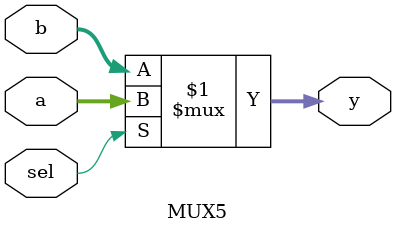
<source format=v>

module MUX5(a, b, sel, y);
  input [4:0] a, b;
  input sel;
  output [4:0] y;

  assign y = (sel) ? a : b;

endmodule

</source>
